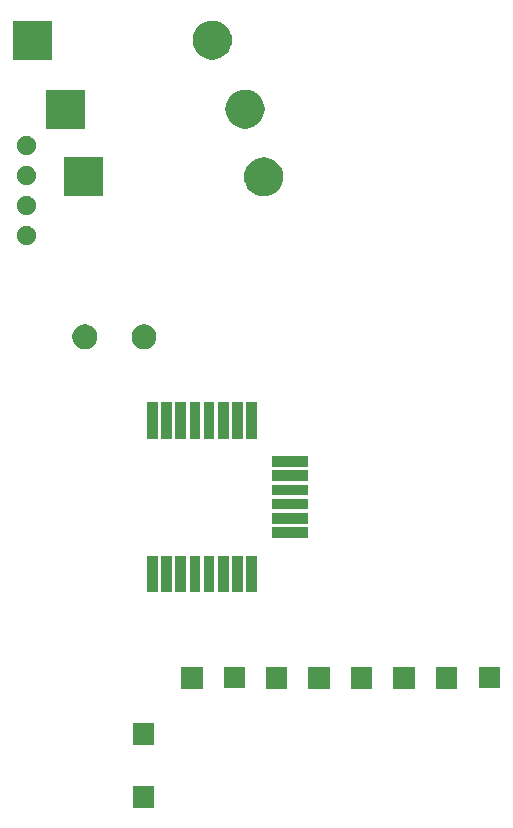
<source format=gbr>
G04 #@! TF.GenerationSoftware,KiCad,Pcbnew,5.0.2+dfsg1-1~bpo9+1*
G04 #@! TF.CreationDate,2019-02-15T21:28:06-06:00*
G04 #@! TF.ProjectId,CommunicationBoard,436f6d6d-756e-4696-9361-74696f6e426f,rev?*
G04 #@! TF.SameCoordinates,Original*
G04 #@! TF.FileFunction,Soldermask,Top*
G04 #@! TF.FilePolarity,Negative*
%FSLAX46Y46*%
G04 Gerber Fmt 4.6, Leading zero omitted, Abs format (unit mm)*
G04 Created by KiCad (PCBNEW 5.0.2+dfsg1-1~bpo9+1) date vie 15 feb 2019 21:28:06 CST*
%MOMM*%
%LPD*%
G01*
G04 APERTURE LIST*
G04 #@! TA.AperFunction,NonConductor*
%ADD10C,0.100000*%
G04 #@! TD*
G04 APERTURE END LIST*
D10*
G36*
X118414100Y-144830100D02*
X116612100Y-144830100D01*
X116612100Y-143028100D01*
X118414100Y-143028100D01*
X118414100Y-144830100D01*
X118414100Y-144830100D01*
G37*
G36*
X118414100Y-139496100D02*
X116612100Y-139496100D01*
X116612100Y-137694100D01*
X118414100Y-137694100D01*
X118414100Y-139496100D01*
X118414100Y-139496100D01*
G37*
G36*
X122528900Y-134759000D02*
X120726900Y-134759000D01*
X120726900Y-132957000D01*
X122528900Y-132957000D01*
X122528900Y-134759000D01*
X122528900Y-134759000D01*
G37*
G36*
X136905300Y-134746300D02*
X135103300Y-134746300D01*
X135103300Y-132944300D01*
X136905300Y-132944300D01*
X136905300Y-134746300D01*
X136905300Y-134746300D01*
G37*
G36*
X133285800Y-134746300D02*
X131483800Y-134746300D01*
X131483800Y-132944300D01*
X133285800Y-132944300D01*
X133285800Y-134746300D01*
X133285800Y-134746300D01*
G37*
G36*
X129704400Y-134746300D02*
X127902400Y-134746300D01*
X127902400Y-132944300D01*
X129704400Y-132944300D01*
X129704400Y-134746300D01*
X129704400Y-134746300D01*
G37*
G36*
X140486700Y-134746300D02*
X138684700Y-134746300D01*
X138684700Y-132944300D01*
X140486700Y-132944300D01*
X140486700Y-134746300D01*
X140486700Y-134746300D01*
G37*
G36*
X144093500Y-134746300D02*
X142291500Y-134746300D01*
X142291500Y-132944300D01*
X144093500Y-132944300D01*
X144093500Y-134746300D01*
X144093500Y-134746300D01*
G37*
G36*
X126110300Y-134733600D02*
X124308300Y-134733600D01*
X124308300Y-132931600D01*
X126110300Y-132931600D01*
X126110300Y-134733600D01*
X126110300Y-134733600D01*
G37*
G36*
X147751100Y-134720900D02*
X145949100Y-134720900D01*
X145949100Y-132918900D01*
X147751100Y-132918900D01*
X147751100Y-134720900D01*
X147751100Y-134720900D01*
G37*
G36*
X121137100Y-126580100D02*
X120235100Y-126580100D01*
X120235100Y-123478100D01*
X121137100Y-123478100D01*
X121137100Y-126580100D01*
X121137100Y-126580100D01*
G37*
G36*
X127137100Y-126580100D02*
X126235100Y-126580100D01*
X126235100Y-123478100D01*
X127137100Y-123478100D01*
X127137100Y-126580100D01*
X127137100Y-126580100D01*
G37*
G36*
X124737100Y-126580100D02*
X123835100Y-126580100D01*
X123835100Y-123478100D01*
X124737100Y-123478100D01*
X124737100Y-126580100D01*
X124737100Y-126580100D01*
G37*
G36*
X123537100Y-126580100D02*
X122635100Y-126580100D01*
X122635100Y-123478100D01*
X123537100Y-123478100D01*
X123537100Y-126580100D01*
X123537100Y-126580100D01*
G37*
G36*
X122337100Y-126580100D02*
X121435100Y-126580100D01*
X121435100Y-123478100D01*
X122337100Y-123478100D01*
X122337100Y-126580100D01*
X122337100Y-126580100D01*
G37*
G36*
X119937100Y-126580100D02*
X119035100Y-126580100D01*
X119035100Y-123478100D01*
X119937100Y-123478100D01*
X119937100Y-126580100D01*
X119937100Y-126580100D01*
G37*
G36*
X118737100Y-126580100D02*
X117835100Y-126580100D01*
X117835100Y-123478100D01*
X118737100Y-123478100D01*
X118737100Y-126580100D01*
X118737100Y-126580100D01*
G37*
G36*
X125937100Y-126580100D02*
X125035100Y-126580100D01*
X125035100Y-123478100D01*
X125937100Y-123478100D01*
X125937100Y-126580100D01*
X125937100Y-126580100D01*
G37*
G36*
X131487100Y-121980100D02*
X128385100Y-121980100D01*
X128385100Y-121078100D01*
X131487100Y-121078100D01*
X131487100Y-121980100D01*
X131487100Y-121980100D01*
G37*
G36*
X131487100Y-120780100D02*
X128385100Y-120780100D01*
X128385100Y-119878100D01*
X131487100Y-119878100D01*
X131487100Y-120780100D01*
X131487100Y-120780100D01*
G37*
G36*
X131487100Y-119580100D02*
X128385100Y-119580100D01*
X128385100Y-118678100D01*
X131487100Y-118678100D01*
X131487100Y-119580100D01*
X131487100Y-119580100D01*
G37*
G36*
X131487100Y-118380100D02*
X128385100Y-118380100D01*
X128385100Y-117478100D01*
X131487100Y-117478100D01*
X131487100Y-118380100D01*
X131487100Y-118380100D01*
G37*
G36*
X131487100Y-117180100D02*
X128385100Y-117180100D01*
X128385100Y-116278100D01*
X131487100Y-116278100D01*
X131487100Y-117180100D01*
X131487100Y-117180100D01*
G37*
G36*
X131487100Y-115980100D02*
X128385100Y-115980100D01*
X128385100Y-115078100D01*
X131487100Y-115078100D01*
X131487100Y-115980100D01*
X131487100Y-115980100D01*
G37*
G36*
X121137100Y-113580100D02*
X120235100Y-113580100D01*
X120235100Y-110478100D01*
X121137100Y-110478100D01*
X121137100Y-113580100D01*
X121137100Y-113580100D01*
G37*
G36*
X118737100Y-113580100D02*
X117835100Y-113580100D01*
X117835100Y-110478100D01*
X118737100Y-110478100D01*
X118737100Y-113580100D01*
X118737100Y-113580100D01*
G37*
G36*
X127137100Y-113580100D02*
X126235100Y-113580100D01*
X126235100Y-110478100D01*
X127137100Y-110478100D01*
X127137100Y-113580100D01*
X127137100Y-113580100D01*
G37*
G36*
X125937100Y-113580100D02*
X125035100Y-113580100D01*
X125035100Y-110478100D01*
X125937100Y-110478100D01*
X125937100Y-113580100D01*
X125937100Y-113580100D01*
G37*
G36*
X124737100Y-113580100D02*
X123835100Y-113580100D01*
X123835100Y-110478100D01*
X124737100Y-110478100D01*
X124737100Y-113580100D01*
X124737100Y-113580100D01*
G37*
G36*
X123537100Y-113580100D02*
X122635100Y-113580100D01*
X122635100Y-110478100D01*
X123537100Y-110478100D01*
X123537100Y-113580100D01*
X123537100Y-113580100D01*
G37*
G36*
X122337100Y-113580100D02*
X121435100Y-113580100D01*
X121435100Y-110478100D01*
X122337100Y-110478100D01*
X122337100Y-113580100D01*
X122337100Y-113580100D01*
G37*
G36*
X119937100Y-113580100D02*
X119035100Y-113580100D01*
X119035100Y-110478100D01*
X119937100Y-110478100D01*
X119937100Y-113580100D01*
X119937100Y-113580100D01*
G37*
G36*
X112870465Y-103954889D02*
X113061734Y-104034115D01*
X113233876Y-104149137D01*
X113380263Y-104295524D01*
X113495285Y-104467666D01*
X113574511Y-104658935D01*
X113614900Y-104861984D01*
X113614900Y-105069016D01*
X113574511Y-105272065D01*
X113495285Y-105463334D01*
X113380263Y-105635476D01*
X113233876Y-105781863D01*
X113061734Y-105896885D01*
X112870465Y-105976111D01*
X112667416Y-106016500D01*
X112460384Y-106016500D01*
X112257335Y-105976111D01*
X112066066Y-105896885D01*
X111893924Y-105781863D01*
X111747537Y-105635476D01*
X111632515Y-105463334D01*
X111553289Y-105272065D01*
X111512900Y-105069016D01*
X111512900Y-104861984D01*
X111553289Y-104658935D01*
X111632515Y-104467666D01*
X111747537Y-104295524D01*
X111893924Y-104149137D01*
X112066066Y-104034115D01*
X112257335Y-103954889D01*
X112460384Y-103914500D01*
X112667416Y-103914500D01*
X112870465Y-103954889D01*
X112870465Y-103954889D01*
G37*
G36*
X117870465Y-103954889D02*
X118061734Y-104034115D01*
X118233876Y-104149137D01*
X118380263Y-104295524D01*
X118495285Y-104467666D01*
X118574511Y-104658935D01*
X118614900Y-104861984D01*
X118614900Y-105069016D01*
X118574511Y-105272065D01*
X118495285Y-105463334D01*
X118380263Y-105635476D01*
X118233876Y-105781863D01*
X118061734Y-105896885D01*
X117870465Y-105976111D01*
X117667416Y-106016500D01*
X117460384Y-106016500D01*
X117257335Y-105976111D01*
X117066066Y-105896885D01*
X116893924Y-105781863D01*
X116747537Y-105635476D01*
X116632515Y-105463334D01*
X116553289Y-105272065D01*
X116512900Y-105069016D01*
X116512900Y-104861984D01*
X116553289Y-104658935D01*
X116632515Y-104467666D01*
X116747537Y-104295524D01*
X116893924Y-104149137D01*
X117066066Y-104034115D01*
X117257335Y-103954889D01*
X117460384Y-103914500D01*
X117667416Y-103914500D01*
X117870465Y-103954889D01*
X117870465Y-103954889D01*
G37*
G36*
X107844242Y-95585842D02*
X107992202Y-95647130D01*
X108125358Y-95736102D01*
X108238598Y-95849342D01*
X108327570Y-95982498D01*
X108388858Y-96130458D01*
X108420100Y-96287525D01*
X108420100Y-96447675D01*
X108388858Y-96604742D01*
X108327570Y-96752702D01*
X108238598Y-96885858D01*
X108125358Y-96999098D01*
X107992202Y-97088070D01*
X107844242Y-97149358D01*
X107687175Y-97180600D01*
X107527025Y-97180600D01*
X107369958Y-97149358D01*
X107221998Y-97088070D01*
X107088842Y-96999098D01*
X106975602Y-96885858D01*
X106886630Y-96752702D01*
X106825342Y-96604742D01*
X106794100Y-96447675D01*
X106794100Y-96287525D01*
X106825342Y-96130458D01*
X106886630Y-95982498D01*
X106975602Y-95849342D01*
X107088842Y-95736102D01*
X107221998Y-95647130D01*
X107369958Y-95585842D01*
X107527025Y-95554600D01*
X107687175Y-95554600D01*
X107844242Y-95585842D01*
X107844242Y-95585842D01*
G37*
G36*
X107844242Y-93045842D02*
X107992202Y-93107130D01*
X108125358Y-93196102D01*
X108238598Y-93309342D01*
X108327570Y-93442498D01*
X108388858Y-93590458D01*
X108420100Y-93747525D01*
X108420100Y-93907675D01*
X108388858Y-94064742D01*
X108327570Y-94212702D01*
X108238598Y-94345858D01*
X108125358Y-94459098D01*
X107992202Y-94548070D01*
X107844242Y-94609358D01*
X107687175Y-94640600D01*
X107527025Y-94640600D01*
X107369958Y-94609358D01*
X107221998Y-94548070D01*
X107088842Y-94459098D01*
X106975602Y-94345858D01*
X106886630Y-94212702D01*
X106825342Y-94064742D01*
X106794100Y-93907675D01*
X106794100Y-93747525D01*
X106825342Y-93590458D01*
X106886630Y-93442498D01*
X106975602Y-93309342D01*
X107088842Y-93196102D01*
X107221998Y-93107130D01*
X107369958Y-93045842D01*
X107527025Y-93014600D01*
X107687175Y-93014600D01*
X107844242Y-93045842D01*
X107844242Y-93045842D01*
G37*
G36*
X114109500Y-93065600D02*
X110807500Y-93065600D01*
X110807500Y-89763600D01*
X114109500Y-89763600D01*
X114109500Y-93065600D01*
X114109500Y-93065600D01*
G37*
G36*
X128022154Y-89787488D02*
X128333365Y-89881894D01*
X128620186Y-90035203D01*
X128871582Y-90241518D01*
X129077897Y-90492914D01*
X129231206Y-90779735D01*
X129325612Y-91090946D01*
X129357488Y-91414600D01*
X129325612Y-91738254D01*
X129231206Y-92049465D01*
X129077897Y-92336286D01*
X128871582Y-92587682D01*
X128620186Y-92793997D01*
X128333365Y-92947306D01*
X128022154Y-93041712D01*
X127779607Y-93065600D01*
X127617393Y-93065600D01*
X127374846Y-93041712D01*
X127063635Y-92947306D01*
X126776814Y-92793997D01*
X126525418Y-92587682D01*
X126319103Y-92336286D01*
X126165794Y-92049465D01*
X126071388Y-91738254D01*
X126039512Y-91414600D01*
X126071388Y-91090946D01*
X126165794Y-90779735D01*
X126319103Y-90492914D01*
X126525418Y-90241518D01*
X126776814Y-90035203D01*
X127063635Y-89881894D01*
X127374846Y-89787488D01*
X127617393Y-89763600D01*
X127779607Y-89763600D01*
X128022154Y-89787488D01*
X128022154Y-89787488D01*
G37*
G36*
X107844242Y-90505842D02*
X107992202Y-90567130D01*
X108059230Y-90611917D01*
X108125357Y-90656101D01*
X108238599Y-90769343D01*
X108282783Y-90835470D01*
X108327570Y-90902498D01*
X108388858Y-91050458D01*
X108420100Y-91207525D01*
X108420100Y-91367675D01*
X108388858Y-91524742D01*
X108327570Y-91672702D01*
X108238598Y-91805858D01*
X108125358Y-91919098D01*
X107992202Y-92008070D01*
X107844242Y-92069358D01*
X107687175Y-92100600D01*
X107527025Y-92100600D01*
X107369958Y-92069358D01*
X107221998Y-92008070D01*
X107088842Y-91919098D01*
X106975602Y-91805858D01*
X106886630Y-91672702D01*
X106825342Y-91524742D01*
X106794100Y-91367675D01*
X106794100Y-91207525D01*
X106825342Y-91050458D01*
X106886630Y-90902498D01*
X106931417Y-90835470D01*
X106975601Y-90769343D01*
X107088843Y-90656101D01*
X107154970Y-90611917D01*
X107221998Y-90567130D01*
X107369958Y-90505842D01*
X107527025Y-90474600D01*
X107687175Y-90474600D01*
X107844242Y-90505842D01*
X107844242Y-90505842D01*
G37*
G36*
X107844242Y-87965842D02*
X107992202Y-88027130D01*
X108125358Y-88116102D01*
X108238598Y-88229342D01*
X108327570Y-88362498D01*
X108388858Y-88510458D01*
X108420100Y-88667525D01*
X108420100Y-88827675D01*
X108388858Y-88984742D01*
X108327570Y-89132702D01*
X108238598Y-89265858D01*
X108125358Y-89379098D01*
X107992202Y-89468070D01*
X107844242Y-89529358D01*
X107687175Y-89560600D01*
X107527025Y-89560600D01*
X107369958Y-89529358D01*
X107221998Y-89468070D01*
X107088842Y-89379098D01*
X106975602Y-89265858D01*
X106886630Y-89132702D01*
X106825342Y-88984742D01*
X106794100Y-88827675D01*
X106794100Y-88667525D01*
X106825342Y-88510458D01*
X106886630Y-88362498D01*
X106975602Y-88229342D01*
X107088842Y-88116102D01*
X107221998Y-88027130D01*
X107369958Y-87965842D01*
X107527025Y-87934600D01*
X107687175Y-87934600D01*
X107844242Y-87965842D01*
X107844242Y-87965842D01*
G37*
G36*
X112534700Y-87325200D02*
X109232700Y-87325200D01*
X109232700Y-84023200D01*
X112534700Y-84023200D01*
X112534700Y-87325200D01*
X112534700Y-87325200D01*
G37*
G36*
X126447354Y-84047088D02*
X126758565Y-84141494D01*
X127045386Y-84294803D01*
X127296782Y-84501118D01*
X127503097Y-84752514D01*
X127656406Y-85039335D01*
X127750812Y-85350546D01*
X127782688Y-85674200D01*
X127750812Y-85997854D01*
X127656406Y-86309065D01*
X127503097Y-86595886D01*
X127296782Y-86847282D01*
X127045386Y-87053597D01*
X126758565Y-87206906D01*
X126447354Y-87301312D01*
X126204807Y-87325200D01*
X126042593Y-87325200D01*
X125800046Y-87301312D01*
X125488835Y-87206906D01*
X125202014Y-87053597D01*
X124950618Y-86847282D01*
X124744303Y-86595886D01*
X124590994Y-86309065D01*
X124496588Y-85997854D01*
X124464712Y-85674200D01*
X124496588Y-85350546D01*
X124590994Y-85039335D01*
X124744303Y-84752514D01*
X124950618Y-84501118D01*
X125202014Y-84294803D01*
X125488835Y-84141494D01*
X125800046Y-84047088D01*
X126042593Y-84023200D01*
X126204807Y-84023200D01*
X126447354Y-84047088D01*
X126447354Y-84047088D01*
G37*
G36*
X109766100Y-81483200D02*
X106464100Y-81483200D01*
X106464100Y-78181200D01*
X109766100Y-78181200D01*
X109766100Y-81483200D01*
X109766100Y-81483200D01*
G37*
G36*
X123678754Y-78205088D02*
X123989965Y-78299494D01*
X124276786Y-78452803D01*
X124528182Y-78659118D01*
X124734497Y-78910514D01*
X124887806Y-79197335D01*
X124982212Y-79508546D01*
X125014088Y-79832200D01*
X124982212Y-80155854D01*
X124887806Y-80467065D01*
X124734497Y-80753886D01*
X124528182Y-81005282D01*
X124276786Y-81211597D01*
X123989965Y-81364906D01*
X123678754Y-81459312D01*
X123436207Y-81483200D01*
X123273993Y-81483200D01*
X123031446Y-81459312D01*
X122720235Y-81364906D01*
X122433414Y-81211597D01*
X122182018Y-81005282D01*
X121975703Y-80753886D01*
X121822394Y-80467065D01*
X121727988Y-80155854D01*
X121696112Y-79832200D01*
X121727988Y-79508546D01*
X121822394Y-79197335D01*
X121975703Y-78910514D01*
X122182018Y-78659118D01*
X122433414Y-78452803D01*
X122720235Y-78299494D01*
X123031446Y-78205088D01*
X123273993Y-78181200D01*
X123436207Y-78181200D01*
X123678754Y-78205088D01*
X123678754Y-78205088D01*
G37*
M02*

</source>
